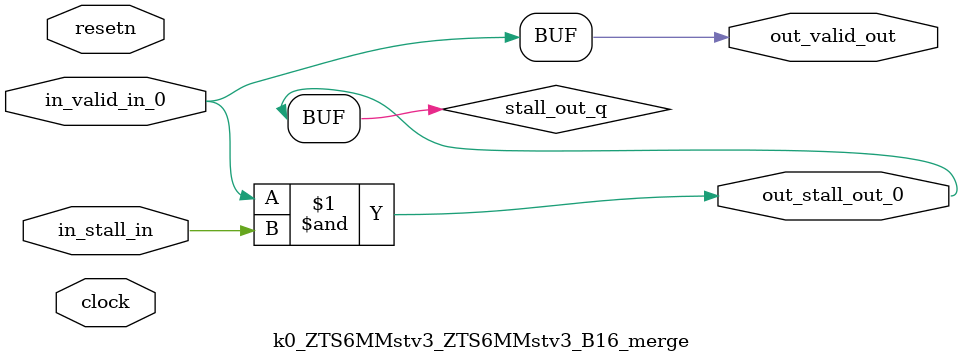
<source format=sv>



(* altera_attribute = "-name AUTO_SHIFT_REGISTER_RECOGNITION OFF; -name MESSAGE_DISABLE 10036; -name MESSAGE_DISABLE 10037; -name MESSAGE_DISABLE 14130; -name MESSAGE_DISABLE 14320; -name MESSAGE_DISABLE 15400; -name MESSAGE_DISABLE 14130; -name MESSAGE_DISABLE 10036; -name MESSAGE_DISABLE 12020; -name MESSAGE_DISABLE 12030; -name MESSAGE_DISABLE 12010; -name MESSAGE_DISABLE 12110; -name MESSAGE_DISABLE 14320; -name MESSAGE_DISABLE 13410; -name MESSAGE_DISABLE 113007; -name MESSAGE_DISABLE 10958" *)
module k0_ZTS6MMstv3_ZTS6MMstv3_B16_merge (
    input wire [0:0] in_stall_in,
    input wire [0:0] in_valid_in_0,
    output wire [0:0] out_stall_out_0,
    output wire [0:0] out_valid_out,
    input wire clock,
    input wire resetn
    );

    wire [0:0] stall_out_q;


    // stall_out(LOGICAL,6)
    assign stall_out_q = in_valid_in_0 & in_stall_in;

    // out_stall_out_0(GPOUT,4)
    assign out_stall_out_0 = stall_out_q;

    // out_valid_out(GPOUT,5)
    assign out_valid_out = in_valid_in_0;

endmodule

</source>
